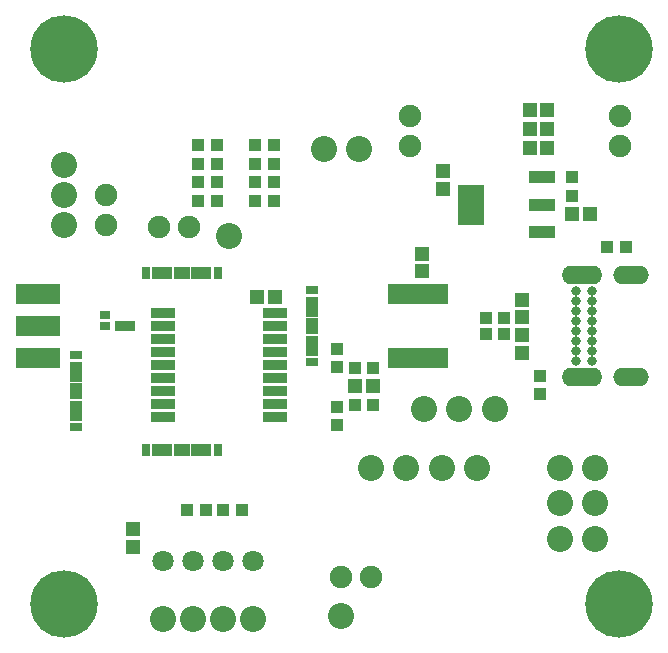
<source format=gts>
G04*
G04 #@! TF.GenerationSoftware,Altium Limited,Altium Designer,24.9.1 (31)*
G04*
G04 Layer_Color=8388736*
%FSLAX25Y25*%
%MOIN*%
G70*
G04*
G04 #@! TF.SameCoordinates,A3C4BDD5-98FE-4EBF-97C8-16CFD852CAFA*
G04*
G04*
G04 #@! TF.FilePolarity,Negative*
G04*
G01*
G75*
%ADD18R,0.07887X0.03556*%
%ADD19R,0.05524X0.04343*%
%ADD20R,0.06706X0.04343*%
%ADD21R,0.03162X0.04343*%
%ADD22R,0.04343X0.04147*%
%ADD23C,0.08674*%
%ADD24R,0.04540X0.04737*%
%ADD25R,0.04147X0.04343*%
%ADD26R,0.04737X0.04540*%
%ADD27R,0.04343X0.05524*%
%ADD28R,0.04343X0.06706*%
%ADD29R,0.04343X0.03162*%
%ADD30R,0.03398X0.03241*%
%ADD31R,0.03674X0.02808*%
%ADD32R,0.08674X0.13398*%
%ADD33R,0.08674X0.04343*%
%ADD34R,0.03950X0.03950*%
%ADD35R,0.14580X0.06706*%
%ADD36R,0.02572X0.06509*%
%ADD37C,0.22453*%
%ADD38O,0.13595X0.06115*%
%ADD39O,0.12020X0.06115*%
%ADD40C,0.03150*%
%ADD41C,0.07493*%
%ADD42C,0.07099*%
D18*
X48819Y77953D02*
D03*
X86221D02*
D03*
Y82284D02*
D03*
Y86614D02*
D03*
Y90945D02*
D03*
Y95276D02*
D03*
Y99606D02*
D03*
Y103937D02*
D03*
Y108268D02*
D03*
Y112598D02*
D03*
X48819Y82284D02*
D03*
Y86614D02*
D03*
Y90945D02*
D03*
Y95276D02*
D03*
Y99606D02*
D03*
Y103937D02*
D03*
Y108268D02*
D03*
Y112598D02*
D03*
D19*
X55118Y125984D02*
D03*
Y66929D02*
D03*
D20*
X61614Y125984D02*
D03*
X48622D02*
D03*
Y66929D02*
D03*
X61614D02*
D03*
D21*
X67126Y125984D02*
D03*
X43110D02*
D03*
Y66929D02*
D03*
X67126D02*
D03*
D22*
X66929Y150098D02*
D03*
Y156201D02*
D03*
X60630Y150098D02*
D03*
Y156201D02*
D03*
X174409Y91732D02*
D03*
Y85630D02*
D03*
X106693Y75295D02*
D03*
Y81398D02*
D03*
Y100689D02*
D03*
Y94587D02*
D03*
X185039Y151772D02*
D03*
Y157874D02*
D03*
X85827Y150098D02*
D03*
Y156201D02*
D03*
X79528Y150098D02*
D03*
Y156201D02*
D03*
D23*
X135827Y80709D02*
D03*
X192913Y61024D02*
D03*
X192913Y49213D02*
D03*
X192913Y37402D02*
D03*
X181102Y37402D02*
D03*
Y49213D02*
D03*
Y61024D02*
D03*
X159449Y80709D02*
D03*
X147638D02*
D03*
X141732Y61024D02*
D03*
X153543D02*
D03*
X129921D02*
D03*
X118110D02*
D03*
X70866Y138189D02*
D03*
X108189Y11811D02*
D03*
X114173Y167323D02*
D03*
X102362D02*
D03*
X78799Y10827D02*
D03*
X68799D02*
D03*
X58799D02*
D03*
X48799D02*
D03*
X15748Y141850D02*
D03*
Y161850D02*
D03*
Y151850D02*
D03*
D24*
X168504Y105315D02*
D03*
Y99410D02*
D03*
X168504Y117126D02*
D03*
Y111221D02*
D03*
X135039Y126575D02*
D03*
Y132480D02*
D03*
X142126Y154134D02*
D03*
Y160039D02*
D03*
X38878Y40551D02*
D03*
Y34646D02*
D03*
D25*
X156496Y105512D02*
D03*
X162598D02*
D03*
X156496Y111024D02*
D03*
X162598D02*
D03*
X118799Y94488D02*
D03*
X112697D02*
D03*
X118799Y81890D02*
D03*
X112697D02*
D03*
X75000Y47047D02*
D03*
X68898D02*
D03*
X56988D02*
D03*
X63090D02*
D03*
X203051Y134646D02*
D03*
X196949D02*
D03*
D26*
X112795Y88189D02*
D03*
X118701D02*
D03*
X86024Y118110D02*
D03*
X80118D02*
D03*
X176969Y167717D02*
D03*
X171063D02*
D03*
X191142Y145669D02*
D03*
X185236D02*
D03*
X176969Y180315D02*
D03*
X171063D02*
D03*
X176969Y174016D02*
D03*
X171063D02*
D03*
D27*
X98425Y108268D02*
D03*
X19685Y86614D02*
D03*
D28*
X98425Y101772D02*
D03*
Y114764D02*
D03*
X19685Y80118D02*
D03*
Y93110D02*
D03*
D29*
X98425Y96260D02*
D03*
Y120276D02*
D03*
X19685Y74606D02*
D03*
Y98622D02*
D03*
D30*
X37795Y108268D02*
D03*
X34331D02*
D03*
D31*
X29528Y108425D02*
D03*
Y112047D02*
D03*
D32*
X151575Y148819D02*
D03*
D33*
X175197Y157874D02*
D03*
Y148819D02*
D03*
Y139764D02*
D03*
D34*
X85827Y162205D02*
D03*
Y168504D02*
D03*
X79528Y162205D02*
D03*
Y168504D02*
D03*
X66929Y162205D02*
D03*
Y168504D02*
D03*
X60630Y162205D02*
D03*
Y168504D02*
D03*
D35*
X7087Y108268D02*
D03*
Y118898D02*
D03*
Y97638D02*
D03*
D36*
X125108Y97539D02*
D03*
X127608D02*
D03*
X130108D02*
D03*
X132608D02*
D03*
X135108D02*
D03*
X137608D02*
D03*
X140108D02*
D03*
X142608D02*
D03*
X125108Y118996D02*
D03*
X127608D02*
D03*
X130108D02*
D03*
X132608D02*
D03*
X135108D02*
D03*
X137608D02*
D03*
X140108D02*
D03*
X142608D02*
D03*
D37*
X15748Y15748D02*
D03*
X200787D02*
D03*
Y200787D02*
D03*
X15748D02*
D03*
D38*
X188386Y91260D02*
D03*
Y125276D02*
D03*
D39*
X204724Y91260D02*
D03*
Y125276D02*
D03*
D40*
X186417Y96555D02*
D03*
Y99902D02*
D03*
Y103248D02*
D03*
Y106595D02*
D03*
Y109941D02*
D03*
Y113287D02*
D03*
Y116634D02*
D03*
Y119980D02*
D03*
X191732D02*
D03*
Y116634D02*
D03*
Y113287D02*
D03*
Y109941D02*
D03*
Y106595D02*
D03*
Y103248D02*
D03*
Y99902D02*
D03*
Y96555D02*
D03*
D41*
X201181Y168228D02*
D03*
Y178228D02*
D03*
X131102Y168228D02*
D03*
Y178228D02*
D03*
X47461Y141240D02*
D03*
X57461D02*
D03*
X118189Y24705D02*
D03*
X108189D02*
D03*
X29921Y141850D02*
D03*
Y151850D02*
D03*
D42*
X78799Y30118D02*
D03*
X68799D02*
D03*
X58799D02*
D03*
X48799D02*
D03*
M02*

</source>
